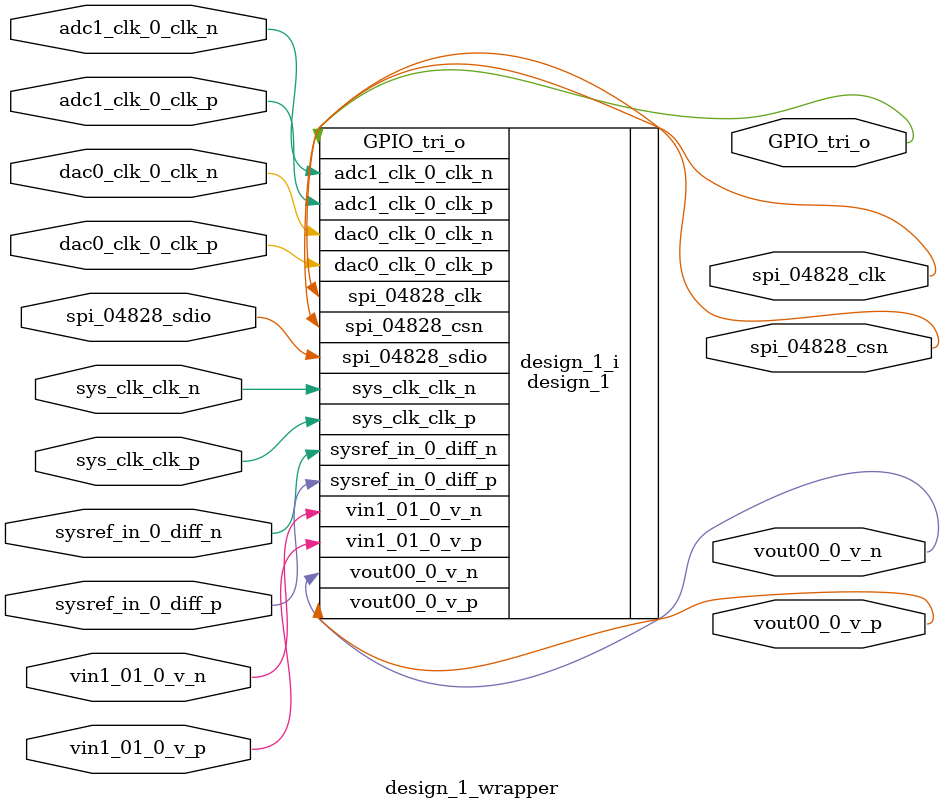
<source format=v>
`timescale 1 ps / 1 ps

module design_1_wrapper
   (GPIO_tri_o,
    adc1_clk_0_clk_n,
    adc1_clk_0_clk_p,
    dac0_clk_0_clk_n,
    dac0_clk_0_clk_p,
    spi_04828_clk,
    spi_04828_csn,
    spi_04828_sdio,
    sys_clk_clk_n,
    sys_clk_clk_p,
    sysref_in_0_diff_n,
    sysref_in_0_diff_p,
    vin1_01_0_v_n,
    vin1_01_0_v_p,
    vout00_0_v_n,
    vout00_0_v_p);
  output [0:0]GPIO_tri_o;
  input adc1_clk_0_clk_n;
  input adc1_clk_0_clk_p;
  input dac0_clk_0_clk_n;
  input dac0_clk_0_clk_p;
  output spi_04828_clk;
  output spi_04828_csn;
  inout [0:0]spi_04828_sdio;
  input [0:0]sys_clk_clk_n;
  input [0:0]sys_clk_clk_p;
  input sysref_in_0_diff_n;
  input sysref_in_0_diff_p;
  input vin1_01_0_v_n;
  input vin1_01_0_v_p;
  output vout00_0_v_n;
  output vout00_0_v_p;

  wire [0:0]GPIO_tri_o;
  wire adc1_clk_0_clk_n;
  wire adc1_clk_0_clk_p;
  wire dac0_clk_0_clk_n;
  wire dac0_clk_0_clk_p;
  wire spi_04828_clk;
  wire spi_04828_csn;
  wire [0:0]spi_04828_sdio;
  wire [0:0]sys_clk_clk_n;
  wire [0:0]sys_clk_clk_p;
  wire sysref_in_0_diff_n;
  wire sysref_in_0_diff_p;
  wire vin1_01_0_v_n;
  wire vin1_01_0_v_p;
  wire vout00_0_v_n;
  wire vout00_0_v_p;

  design_1 design_1_i
       (.GPIO_tri_o(GPIO_tri_o),
        .adc1_clk_0_clk_n(adc1_clk_0_clk_n),
        .adc1_clk_0_clk_p(adc1_clk_0_clk_p),
        .dac0_clk_0_clk_n(dac0_clk_0_clk_n),
        .dac0_clk_0_clk_p(dac0_clk_0_clk_p),
        .spi_04828_clk(spi_04828_clk),
        .spi_04828_csn(spi_04828_csn),
        .spi_04828_sdio(spi_04828_sdio),
        .sys_clk_clk_n(sys_clk_clk_n),
        .sys_clk_clk_p(sys_clk_clk_p),
        .sysref_in_0_diff_n(sysref_in_0_diff_n),
        .sysref_in_0_diff_p(sysref_in_0_diff_p),
        .vin1_01_0_v_n(vin1_01_0_v_n),
        .vin1_01_0_v_p(vin1_01_0_v_p),
        .vout00_0_v_n(vout00_0_v_n),
        .vout00_0_v_p(vout00_0_v_p));
endmodule

</source>
